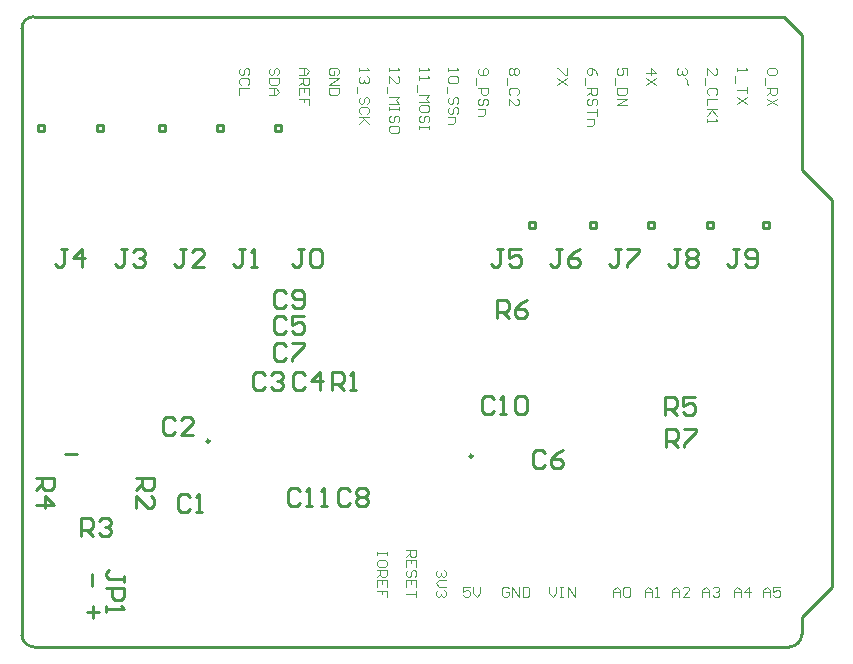
<source format=gto>
G04 Layer_Color=15132400*
%FSLAX25Y25*%
%MOIN*%
G70*
G01*
G75*
%ADD22C,0.01000*%
%ADD23C,0.00984*%
%ADD35C,0.00408*%
D22*
X906164Y1041416D02*
X905164Y1042415D01*
X903165D01*
X902165Y1041416D01*
Y1037417D01*
X903165Y1036417D01*
X905164D01*
X906164Y1037417D01*
X908163Y1036417D02*
X910163D01*
X909163D01*
Y1042415D01*
X908163Y1041416D01*
X913162D02*
X914161Y1042415D01*
X916161D01*
X917161Y1041416D01*
Y1037417D01*
X916161Y1036417D01*
X914161D01*
X913162Y1037417D01*
Y1041416D01*
X923192Y1023601D02*
X922192Y1024600D01*
X920193D01*
X919193Y1023601D01*
Y1019602D01*
X920193Y1018602D01*
X922192D01*
X923192Y1019602D01*
X929190Y1024600D02*
X927190Y1023601D01*
X925191Y1021601D01*
Y1019602D01*
X926191Y1018602D01*
X928190D01*
X929190Y1019602D01*
Y1020602D01*
X928190Y1021601D01*
X925191D01*
X963091Y1036122D02*
Y1042120D01*
X966090D01*
X967089Y1041120D01*
Y1039121D01*
X966090Y1038121D01*
X963091D01*
X965090D02*
X967089Y1036122D01*
X973087Y1042120D02*
X969089D01*
Y1039121D01*
X971088Y1040121D01*
X972088D01*
X973087Y1039121D01*
Y1037122D01*
X972088Y1036122D01*
X970088D01*
X969089Y1037122D01*
X963386Y1025295D02*
Y1031293D01*
X966385D01*
X967385Y1030294D01*
Y1028294D01*
X966385Y1027295D01*
X963386D01*
X965385D02*
X967385Y1025295D01*
X969384Y1031293D02*
X973383D01*
Y1030294D01*
X969384Y1026295D01*
Y1025295D01*
X995768Y1098327D02*
Y1100295D01*
X997736D01*
Y1098327D01*
X995768D01*
X976968D02*
Y1100295D01*
X978936D01*
Y1098327D01*
X976968D01*
X957480D02*
Y1100295D01*
X959448D01*
Y1098327D01*
X957480D01*
X938189D02*
Y1100295D01*
X940157D01*
Y1098327D01*
X938189D01*
X917618D02*
Y1100295D01*
X919586D01*
Y1098327D01*
X917618D01*
X833071Y1130709D02*
Y1132677D01*
X835039D01*
Y1130709D01*
X833071D01*
X813780D02*
Y1132677D01*
X815747D01*
Y1130709D01*
X813780D01*
X794291D02*
Y1132677D01*
X796259D01*
Y1130709D01*
X794291D01*
X773721D02*
Y1132677D01*
X775688D01*
Y1130709D01*
X773721D01*
X754134D02*
Y1132677D01*
X756102D01*
Y1130709D01*
X754134D01*
X799766Y1034428D02*
X798767Y1035427D01*
X796767D01*
X795768Y1034428D01*
Y1030429D01*
X796767Y1029429D01*
X798767D01*
X799766Y1030429D01*
X805764Y1029429D02*
X801766D01*
X805764Y1033428D01*
Y1034428D01*
X804765Y1035427D01*
X802765D01*
X801766Y1034428D01*
X804589Y1008739D02*
X803590Y1009738D01*
X801590D01*
X800591Y1008739D01*
Y1004740D01*
X801590Y1003740D01*
X803590D01*
X804589Y1004740D01*
X806589Y1003740D02*
X808588D01*
X807588D01*
Y1009738D01*
X806589Y1008739D01*
X852165Y1044390D02*
Y1050388D01*
X855164D01*
X856164Y1049388D01*
Y1047389D01*
X855164Y1046389D01*
X852165D01*
X854165D02*
X856164Y1044390D01*
X858163D02*
X860163D01*
X859163D01*
Y1050388D01*
X858163Y1049388D01*
X843073D02*
X842074Y1050388D01*
X840075D01*
X839075Y1049388D01*
Y1045389D01*
X840075Y1044390D01*
X842074D01*
X843073Y1045389D01*
X848072Y1044390D02*
Y1050388D01*
X845073Y1047389D01*
X849072D01*
X841400Y1010904D02*
X840401Y1011904D01*
X838401D01*
X837402Y1010904D01*
Y1006905D01*
X838401Y1005906D01*
X840401D01*
X841400Y1006905D01*
X843400Y1005906D02*
X845399D01*
X844399D01*
Y1011904D01*
X843400Y1010904D01*
X848398Y1005906D02*
X850397D01*
X849398D01*
Y1011904D01*
X848398Y1010904D01*
X858133D02*
X857133Y1011904D01*
X855134D01*
X854134Y1010904D01*
Y1006905D01*
X855134Y1005906D01*
X857133D01*
X858133Y1006905D01*
X860132Y1010904D02*
X861132Y1011904D01*
X863131D01*
X864131Y1010904D01*
Y1009904D01*
X863131Y1008904D01*
X864131Y1007905D01*
Y1006905D01*
X863131Y1005906D01*
X861132D01*
X860132Y1006905D01*
Y1007905D01*
X861132Y1008904D01*
X860132Y1009904D01*
Y1010904D01*
X861132Y1008904D02*
X863131D01*
X829589Y1049388D02*
X828590Y1050388D01*
X826590D01*
X825591Y1049388D01*
Y1045389D01*
X826590Y1044390D01*
X828590D01*
X829589Y1045389D01*
X831589Y1049388D02*
X832588Y1050388D01*
X834588D01*
X835587Y1049388D01*
Y1048388D01*
X834588Y1047389D01*
X833588D01*
X834588D01*
X835587Y1046389D01*
Y1045389D01*
X834588Y1044390D01*
X832588D01*
X831589Y1045389D01*
X836577Y1059132D02*
X835578Y1060132D01*
X833578D01*
X832579Y1059132D01*
Y1055134D01*
X833578Y1054134D01*
X835578D01*
X836577Y1055134D01*
X838577Y1060132D02*
X842575D01*
Y1059132D01*
X838577Y1055134D01*
Y1054134D01*
X836577Y1068089D02*
X835578Y1069089D01*
X833578D01*
X832579Y1068089D01*
Y1064090D01*
X833578Y1063091D01*
X835578D01*
X836577Y1064090D01*
X842575Y1069089D02*
X838577D01*
Y1066090D01*
X840576Y1067089D01*
X841576D01*
X842575Y1066090D01*
Y1064090D01*
X841576Y1063091D01*
X839577D01*
X838577Y1064090D01*
X836577Y1076947D02*
X835578Y1077947D01*
X833578D01*
X832579Y1076947D01*
Y1072948D01*
X833578Y1071949D01*
X835578D01*
X836577Y1072948D01*
X838577D02*
X839577Y1071949D01*
X841576D01*
X842575Y1072948D01*
Y1076947D01*
X841576Y1077947D01*
X839577D01*
X838577Y1076947D01*
Y1075947D01*
X839577Y1074948D01*
X842575D01*
X782770Y980352D02*
Y982351D01*
Y981351D01*
X777771D01*
X776772Y982351D01*
Y983351D01*
X777771Y984350D01*
X776772Y978352D02*
X782770D01*
Y975353D01*
X781770Y974354D01*
X779771D01*
X778771Y975353D01*
Y978352D01*
X776772Y972354D02*
Y970355D01*
Y971355D01*
X782770D01*
X781770Y972354D01*
X772001Y979232D02*
Y983231D01*
X770374Y970322D02*
X774373D01*
X772373Y972321D02*
Y968322D01*
X842599Y1091311D02*
X840599D01*
X841599D01*
Y1086312D01*
X840599Y1085313D01*
X839600D01*
X838600Y1086312D01*
X844598Y1090311D02*
X845598Y1091311D01*
X847597D01*
X848597Y1090311D01*
Y1086312D01*
X847597Y1085313D01*
X845598D01*
X844598Y1086312D01*
Y1090311D01*
X822933Y1091298D02*
X820934D01*
X821934D01*
Y1086300D01*
X820934Y1085300D01*
X819934D01*
X818935Y1086300D01*
X824933Y1085300D02*
X826932D01*
X825932D01*
Y1091298D01*
X824933Y1090298D01*
X803248Y1091298D02*
X801249D01*
X802249D01*
Y1086300D01*
X801249Y1085300D01*
X800249D01*
X799250Y1086300D01*
X809246Y1085300D02*
X805248D01*
X809246Y1089299D01*
Y1090298D01*
X808247Y1091298D01*
X806247D01*
X805248Y1090298D01*
X783563Y1091298D02*
X781564D01*
X782564D01*
Y1086300D01*
X781564Y1085300D01*
X780564D01*
X779565Y1086300D01*
X785563Y1090298D02*
X786562Y1091298D01*
X788562D01*
X789561Y1090298D01*
Y1089299D01*
X788562Y1088299D01*
X787562D01*
X788562D01*
X789561Y1087299D01*
Y1086300D01*
X788562Y1085300D01*
X786562D01*
X785563Y1086300D01*
X763799Y1091311D02*
X761799D01*
X762799D01*
Y1086312D01*
X761799Y1085313D01*
X760800D01*
X759800Y1086312D01*
X768797Y1085313D02*
Y1091311D01*
X765798Y1088312D01*
X769797D01*
X909142Y1091298D02*
X907143D01*
X908142D01*
Y1086300D01*
X907143Y1085300D01*
X906143D01*
X905143Y1086300D01*
X915140Y1091298D02*
X911141D01*
Y1088299D01*
X913141Y1089299D01*
X914140D01*
X915140Y1088299D01*
Y1086300D01*
X914140Y1085300D01*
X912141D01*
X911141Y1086300D01*
X928776Y1091298D02*
X926777D01*
X927776D01*
Y1086300D01*
X926777Y1085300D01*
X925777D01*
X924777Y1086300D01*
X934774Y1091298D02*
X932775Y1090298D01*
X930775Y1088299D01*
Y1086300D01*
X931775Y1085300D01*
X933774D01*
X934774Y1086300D01*
Y1087299D01*
X933774Y1088299D01*
X930775D01*
X948461Y1091298D02*
X946462D01*
X947461D01*
Y1086300D01*
X946462Y1085300D01*
X945462D01*
X944462Y1086300D01*
X950460Y1091298D02*
X954459D01*
Y1090298D01*
X950460Y1086300D01*
Y1085300D01*
X968146Y1091298D02*
X966147D01*
X967146D01*
Y1086300D01*
X966147Y1085300D01*
X965147D01*
X964147Y1086300D01*
X970145Y1090298D02*
X971145Y1091298D01*
X973144D01*
X974144Y1090298D01*
Y1089299D01*
X973144Y1088299D01*
X974144Y1087299D01*
Y1086300D01*
X973144Y1085300D01*
X971145D01*
X970145Y1086300D01*
Y1087299D01*
X971145Y1088299D01*
X970145Y1089299D01*
Y1090298D01*
X971145Y1088299D02*
X973144D01*
X987842Y1091298D02*
X985843D01*
X986842D01*
Y1086300D01*
X985843Y1085300D01*
X984843D01*
X983843Y1086300D01*
X989841D02*
X990841Y1085300D01*
X992840D01*
X993840Y1086300D01*
Y1090298D01*
X992840Y1091298D01*
X990841D01*
X989841Y1090298D01*
Y1089299D01*
X990841Y1088299D01*
X993840D01*
X753248Y1015059D02*
X759246D01*
Y1012060D01*
X758246Y1011060D01*
X756247D01*
X755247Y1012060D01*
Y1015059D01*
Y1013060D02*
X753248Y1011060D01*
Y1006062D02*
X759246D01*
X756247Y1009061D01*
Y1005062D01*
X768504Y995768D02*
Y1001766D01*
X771503D01*
X772503Y1000766D01*
Y998767D01*
X771503Y997767D01*
X768504D01*
X770503D02*
X772503Y995768D01*
X774502Y1000766D02*
X775502Y1001766D01*
X777501D01*
X778501Y1000766D01*
Y999766D01*
X777501Y998767D01*
X776501D01*
X777501D01*
X778501Y997767D01*
Y996767D01*
X777501Y995768D01*
X775502D01*
X774502Y996767D01*
X786811Y1015059D02*
X792809D01*
Y1012060D01*
X791809Y1011060D01*
X789810D01*
X788810Y1012060D01*
Y1015059D01*
Y1013060D02*
X786811Y1011060D01*
Y1005062D02*
Y1009061D01*
X790810Y1005062D01*
X791809D01*
X792809Y1006062D01*
Y1008061D01*
X791809Y1009061D01*
X766961Y1022988D02*
X762962D01*
X907150Y1068371D02*
Y1074369D01*
X910149D01*
X911148Y1073369D01*
Y1071370D01*
X910149Y1070370D01*
X907150D01*
X909149D02*
X911148Y1068371D01*
X917146Y1074369D02*
X915147Y1073369D01*
X913148Y1071370D01*
Y1069371D01*
X914147Y1068371D01*
X916147D01*
X917146Y1069371D01*
Y1070370D01*
X916147Y1071370D01*
X913148D01*
X752600Y1168900D02*
G03*
X748663Y1164963I0J-3937D01*
G01*
Y962837D02*
G03*
X752600Y958900I3937J0D01*
G01*
X1004523D02*
G03*
X1008663Y963040I0J4140D01*
G01*
X748663Y962837D02*
Y1164963D01*
X752600Y958900D02*
X1004523D01*
X752600Y1168900D02*
X1002682D01*
Y1168882D02*
X1008663Y1162900D01*
X1018663Y978900D02*
Y1106600D01*
Y1107900D01*
X1008663Y1117900D02*
Y1162900D01*
Y1117900D02*
X1018663Y1107900D01*
X1008663Y968900D02*
X1018663Y978900D01*
X1008663Y963040D02*
Y968900D01*
D23*
X811220Y1027461D02*
G03*
X811220Y1027461I-492J0D01*
G01*
X898917Y1022441D02*
G03*
X898917Y1022441I-492J0D01*
G01*
D35*
X945800Y975500D02*
Y977766D01*
X946933Y978899D01*
X948066Y977766D01*
Y975500D01*
Y977199D01*
X945800D01*
X949199Y978332D02*
X949765Y978899D01*
X950898D01*
X951465Y978332D01*
Y976066D01*
X950898Y975500D01*
X949765D01*
X949199Y976066D01*
Y978332D01*
X956400Y975500D02*
Y977766D01*
X957533Y978899D01*
X958666Y977766D01*
Y975500D01*
Y977199D01*
X956400D01*
X959799Y975500D02*
X960932D01*
X960365D01*
Y978899D01*
X959799Y978332D01*
X965500Y975500D02*
Y977766D01*
X966633Y978899D01*
X967766Y977766D01*
Y975500D01*
Y977199D01*
X965500D01*
X971165Y975500D02*
X968899D01*
X971165Y977766D01*
Y978332D01*
X970598Y978899D01*
X969465D01*
X968899Y978332D01*
X975500Y975500D02*
Y977766D01*
X976633Y978899D01*
X977766Y977766D01*
Y975500D01*
Y977199D01*
X975500D01*
X978899Y978332D02*
X979465Y978899D01*
X980598D01*
X981165Y978332D01*
Y977766D01*
X980598Y977199D01*
X980032D01*
X980598D01*
X981165Y976633D01*
Y976066D01*
X980598Y975500D01*
X979465D01*
X978899Y976066D01*
X986000Y975500D02*
Y977766D01*
X987133Y978899D01*
X988266Y977766D01*
Y975500D01*
Y977199D01*
X986000D01*
X991098Y975500D02*
Y978899D01*
X989399Y977199D01*
X991665D01*
X995800Y975500D02*
Y977766D01*
X996933Y978899D01*
X998066Y977766D01*
Y975500D01*
Y977199D01*
X995800D01*
X1001465Y978899D02*
X999199D01*
Y977199D01*
X1000332Y977766D01*
X1000898D01*
X1001465Y977199D01*
Y976066D01*
X1000898Y975500D01*
X999765D01*
X999199Y976066D01*
X924500Y978899D02*
Y976633D01*
X925633Y975500D01*
X926766Y976633D01*
Y978899D01*
X927899D02*
X929032D01*
X928465D01*
Y975500D01*
X927899D01*
X929032D01*
X930731D02*
Y978899D01*
X932997Y975500D01*
Y978899D01*
X911066Y978332D02*
X910499Y978899D01*
X909367D01*
X908800Y978332D01*
Y976066D01*
X909367Y975500D01*
X910499D01*
X911066Y976066D01*
Y977199D01*
X909933D01*
X912199Y975500D02*
Y978899D01*
X914465Y975500D01*
Y978899D01*
X915598D02*
Y975500D01*
X917297D01*
X917864Y976066D01*
Y978332D01*
X917297Y978899D01*
X915598D01*
X897966D02*
X895700D01*
Y977199D01*
X896833Y977766D01*
X897400D01*
X897966Y977199D01*
Y976066D01*
X897400Y975500D01*
X896266D01*
X895700Y976066D01*
X899099Y978899D02*
Y976633D01*
X900232Y975500D01*
X901365Y976633D01*
Y978899D01*
X889532Y984500D02*
X890099Y983934D01*
Y982800D01*
X889532Y982234D01*
X888966D01*
X888400Y982800D01*
Y983367D01*
Y982800D01*
X887833Y982234D01*
X887267D01*
X886700Y982800D01*
Y983934D01*
X887267Y984500D01*
X890099Y981101D02*
X887833D01*
X886700Y979968D01*
X887833Y978835D01*
X890099D01*
X889532Y977702D02*
X890099Y977136D01*
Y976003D01*
X889532Y975436D01*
X888966D01*
X888400Y976003D01*
Y976569D01*
Y976003D01*
X887833Y975436D01*
X887267D01*
X886700Y976003D01*
Y977136D01*
X887267Y977702D01*
X876800Y991200D02*
X880199D01*
Y989501D01*
X879632Y988934D01*
X878500D01*
X877933Y989501D01*
Y991200D01*
Y990067D02*
X876800Y988934D01*
X880199Y985535D02*
Y987801D01*
X876800D01*
Y985535D01*
X878500Y987801D02*
Y986668D01*
X879632Y982136D02*
X880199Y982703D01*
Y983836D01*
X879632Y984402D01*
X879066D01*
X878500Y983836D01*
Y982703D01*
X877933Y982136D01*
X877367D01*
X876800Y982703D01*
Y983836D01*
X877367Y984402D01*
X880199Y978737D02*
Y981003D01*
X876800D01*
Y978737D01*
X878500Y981003D02*
Y979870D01*
X880199Y977604D02*
Y975338D01*
Y976471D01*
X876800D01*
X870399Y990600D02*
Y989467D01*
Y990034D01*
X867000D01*
Y990600D01*
Y989467D01*
X870399Y986068D02*
Y987201D01*
X869832Y987768D01*
X867566D01*
X867000Y987201D01*
Y986068D01*
X867566Y985502D01*
X869832D01*
X870399Y986068D01*
X867000Y984369D02*
X870399D01*
Y982669D01*
X869832Y982103D01*
X868699D01*
X868133Y982669D01*
Y984369D01*
Y983236D02*
X867000Y982103D01*
X870399Y978704D02*
Y980970D01*
X867000D01*
Y978704D01*
X868699Y980970D02*
Y979837D01*
X870399Y975305D02*
Y977571D01*
X868699D01*
Y976438D01*
Y977571D01*
X867000D01*
X999832Y1151800D02*
X1000399Y1151233D01*
Y1150101D01*
X999832Y1149534D01*
X997567D01*
X997000Y1150101D01*
Y1151233D01*
X997567Y1151800D01*
X999832D01*
X996434Y1148401D02*
Y1146135D01*
X997000Y1145002D02*
X1000399D01*
Y1143303D01*
X999832Y1142736D01*
X998699D01*
X998133Y1143303D01*
Y1145002D01*
Y1143869D02*
X997000Y1142736D01*
X1000399Y1141603D02*
X997000Y1139337D01*
X1000399D02*
X997000Y1141603D01*
X987100Y1151800D02*
Y1150667D01*
Y1151233D01*
X990499D01*
X989932Y1151800D01*
X986534Y1148968D02*
Y1146702D01*
X990499Y1145569D02*
Y1143303D01*
Y1144436D01*
X987100D01*
X990499Y1142170D02*
X987100Y1139904D01*
X990499D02*
X987100Y1142170D01*
X977100Y1149534D02*
Y1151800D01*
X979366Y1149534D01*
X979932D01*
X980499Y1150101D01*
Y1151233D01*
X979932Y1151800D01*
X976534Y1148401D02*
Y1146135D01*
X979932Y1142736D02*
X980499Y1143303D01*
Y1144436D01*
X979932Y1145002D01*
X977666D01*
X977100Y1144436D01*
Y1143303D01*
X977666Y1142736D01*
X980499Y1141603D02*
X977100D01*
Y1139337D01*
X980499Y1138204D02*
X977100D01*
X978233D01*
X980499Y1135938D01*
X978800Y1137638D01*
X977100Y1135938D01*
Y1134805D02*
Y1133673D01*
Y1134239D01*
X980499D01*
X979932Y1134805D01*
X969732Y1151800D02*
X970299Y1151233D01*
Y1150101D01*
X969732Y1149534D01*
X969166D01*
X968600Y1150101D01*
Y1150667D01*
Y1150101D01*
X968033Y1149534D01*
X967467D01*
X966900Y1150101D01*
Y1151233D01*
X967467Y1151800D01*
X969732Y1148401D02*
X970299Y1147835D01*
Y1146702D01*
X970865Y1146135D01*
X956800Y1150101D02*
X960199D01*
X958500Y1151800D01*
Y1149534D01*
X960199Y1148401D02*
X956800Y1146135D01*
X960199D02*
X956800Y1148401D01*
X950299Y1149534D02*
Y1151800D01*
X948600D01*
X949166Y1150667D01*
Y1150101D01*
X948600Y1149534D01*
X947466D01*
X946900Y1150101D01*
Y1151233D01*
X947466Y1151800D01*
X946334Y1148401D02*
Y1146135D01*
X950299Y1145002D02*
X946900D01*
Y1143303D01*
X947466Y1142736D01*
X949732D01*
X950299Y1143303D01*
Y1145002D01*
X946900Y1141603D02*
X950299D01*
X946900Y1139337D01*
X950299D01*
X940499Y1149534D02*
X939932Y1150667D01*
X938799Y1151800D01*
X937667D01*
X937100Y1151233D01*
Y1150101D01*
X937667Y1149534D01*
X938233D01*
X938799Y1150101D01*
Y1151800D01*
X936534Y1148401D02*
Y1146135D01*
X937100Y1145002D02*
X940499D01*
Y1143303D01*
X939932Y1142736D01*
X938799D01*
X938233Y1143303D01*
Y1145002D01*
Y1143869D02*
X937100Y1142736D01*
X939932Y1139337D02*
X940499Y1139904D01*
Y1141037D01*
X939932Y1141603D01*
X939366D01*
X938799Y1141037D01*
Y1139904D01*
X938233Y1139337D01*
X937667D01*
X937100Y1139904D01*
Y1141037D01*
X937667Y1141603D01*
X940499Y1138204D02*
Y1135938D01*
Y1137071D01*
X937100D01*
Y1134805D02*
X939366D01*
Y1133106D01*
X938799Y1132540D01*
X937100D01*
X930299Y1151800D02*
Y1149534D01*
X929732D01*
X927466Y1151800D01*
X926900D01*
X930299Y1148401D02*
X926900Y1146135D01*
X930299D02*
X926900Y1148401D01*
X913732Y1151800D02*
X914299Y1151233D01*
Y1150101D01*
X913732Y1149534D01*
X913166D01*
X912599Y1150101D01*
X912033Y1149534D01*
X911467D01*
X910900Y1150101D01*
Y1151233D01*
X911467Y1151800D01*
X912033D01*
X912599Y1151233D01*
X913166Y1151800D01*
X913732D01*
X912599Y1151233D02*
Y1150101D01*
X910334Y1148401D02*
Y1146135D01*
X913732Y1142736D02*
X914299Y1143303D01*
Y1144436D01*
X913732Y1145002D01*
X911467D01*
X910900Y1144436D01*
Y1143303D01*
X911467Y1142736D01*
X910900Y1139337D02*
Y1141603D01*
X913166Y1139337D01*
X913732D01*
X914299Y1139904D01*
Y1141037D01*
X913732Y1141603D01*
X901266Y1151800D02*
X900700Y1151233D01*
Y1150101D01*
X901266Y1149534D01*
X903532D01*
X904099Y1150101D01*
Y1151233D01*
X903532Y1151800D01*
X902966D01*
X902400Y1151233D01*
Y1149534D01*
X900134Y1148401D02*
Y1146135D01*
X900700Y1145002D02*
X904099D01*
Y1143303D01*
X903532Y1142736D01*
X902400D01*
X901833Y1143303D01*
Y1145002D01*
X903532Y1139337D02*
X904099Y1139904D01*
Y1141037D01*
X903532Y1141603D01*
X902966D01*
X902400Y1141037D01*
Y1139904D01*
X901833Y1139337D01*
X901266D01*
X900700Y1139904D01*
Y1141037D01*
X901266Y1141603D01*
X900700Y1138204D02*
X902966D01*
Y1136505D01*
X902400Y1135938D01*
X900700D01*
X890800Y1151800D02*
Y1150667D01*
Y1151233D01*
X894199D01*
X893632Y1151800D01*
Y1148968D02*
X894199Y1148401D01*
Y1147268D01*
X893632Y1146702D01*
X891366D01*
X890800Y1147268D01*
Y1148401D01*
X891366Y1148968D01*
X893632D01*
X890234Y1145569D02*
Y1143303D01*
X893632Y1139904D02*
X894199Y1140470D01*
Y1141603D01*
X893632Y1142170D01*
X893066D01*
X892500Y1141603D01*
Y1140470D01*
X891933Y1139904D01*
X891366D01*
X890800Y1140470D01*
Y1141603D01*
X891366Y1142170D01*
X893632Y1136505D02*
X894199Y1137071D01*
Y1138204D01*
X893632Y1138771D01*
X893066D01*
X892500Y1138204D01*
Y1137071D01*
X891933Y1136505D01*
X891366D01*
X890800Y1137071D01*
Y1138204D01*
X891366Y1138771D01*
X890800Y1135372D02*
X893066D01*
Y1133673D01*
X892500Y1133106D01*
X890800D01*
X881100Y1151800D02*
Y1150667D01*
Y1151233D01*
X884499D01*
X883932Y1151800D01*
X881100Y1148968D02*
Y1147835D01*
Y1148401D01*
X884499D01*
X883932Y1148968D01*
X880534Y1146135D02*
Y1143869D01*
X881100Y1142736D02*
X884499D01*
X883366Y1141603D01*
X884499Y1140470D01*
X881100D01*
X884499Y1137638D02*
Y1138771D01*
X883932Y1139337D01*
X881666D01*
X881100Y1138771D01*
Y1137638D01*
X881666Y1137071D01*
X883932D01*
X884499Y1137638D01*
X883932Y1133673D02*
X884499Y1134239D01*
Y1135372D01*
X883932Y1135938D01*
X883366D01*
X882800Y1135372D01*
Y1134239D01*
X882233Y1133673D01*
X881666D01*
X881100Y1134239D01*
Y1135372D01*
X881666Y1135938D01*
X884499Y1132540D02*
Y1131407D01*
Y1131973D01*
X881100D01*
Y1132540D01*
Y1131407D01*
X871100Y1151800D02*
Y1150667D01*
Y1151233D01*
X874499D01*
X873932Y1151800D01*
X871100Y1146702D02*
Y1148968D01*
X873366Y1146702D01*
X873932D01*
X874499Y1147268D01*
Y1148401D01*
X873932Y1148968D01*
X870533Y1145569D02*
Y1143303D01*
X871100Y1142170D02*
X874499D01*
X873366Y1141037D01*
X874499Y1139904D01*
X871100D01*
X874499Y1138771D02*
Y1137638D01*
Y1138204D01*
X871100D01*
Y1138771D01*
Y1137638D01*
X873932Y1133673D02*
X874499Y1134239D01*
Y1135372D01*
X873932Y1135938D01*
X873366D01*
X872799Y1135372D01*
Y1134239D01*
X872233Y1133673D01*
X871667D01*
X871100Y1134239D01*
Y1135372D01*
X871667Y1135938D01*
X874499Y1130840D02*
Y1131973D01*
X873932Y1132540D01*
X871667D01*
X871100Y1131973D01*
Y1130840D01*
X871667Y1130274D01*
X873932D01*
X874499Y1130840D01*
X861000Y1151800D02*
Y1150667D01*
Y1151233D01*
X864399D01*
X863832Y1151800D01*
Y1148968D02*
X864399Y1148401D01*
Y1147268D01*
X863832Y1146702D01*
X863266D01*
X862700Y1147268D01*
Y1147835D01*
Y1147268D01*
X862133Y1146702D01*
X861567D01*
X861000Y1147268D01*
Y1148401D01*
X861567Y1148968D01*
X860433Y1145569D02*
Y1143303D01*
X863832Y1139904D02*
X864399Y1140470D01*
Y1141603D01*
X863832Y1142170D01*
X863266D01*
X862700Y1141603D01*
Y1140470D01*
X862133Y1139904D01*
X861567D01*
X861000Y1140470D01*
Y1141603D01*
X861567Y1142170D01*
X863832Y1136505D02*
X864399Y1137071D01*
Y1138204D01*
X863832Y1138771D01*
X861567D01*
X861000Y1138204D01*
Y1137071D01*
X861567Y1136505D01*
X864399Y1135372D02*
X861000D01*
X862133D01*
X864399Y1133106D01*
X862700Y1134805D01*
X861000Y1133106D01*
X853732Y1149534D02*
X854299Y1150101D01*
Y1151233D01*
X853732Y1151800D01*
X851466D01*
X850900Y1151233D01*
Y1150101D01*
X851466Y1149534D01*
X852600D01*
Y1150667D01*
X850900Y1148401D02*
X854299D01*
X850900Y1146135D01*
X854299D01*
Y1145002D02*
X850900D01*
Y1143303D01*
X851466Y1142736D01*
X853732D01*
X854299Y1143303D01*
Y1145002D01*
X841100Y1151800D02*
X843366D01*
X844499Y1150667D01*
X843366Y1149534D01*
X841100D01*
X842799D01*
Y1151800D01*
X841100Y1148401D02*
X844499D01*
Y1146702D01*
X843932Y1146135D01*
X842799D01*
X842233Y1146702D01*
Y1148401D01*
Y1147268D02*
X841100Y1146135D01*
X844499Y1142736D02*
Y1145002D01*
X841100D01*
Y1142736D01*
X842799Y1145002D02*
Y1143869D01*
X844499Y1139337D02*
Y1141603D01*
X842799D01*
Y1140470D01*
Y1141603D01*
X841100D01*
X823932Y1149534D02*
X824499Y1150101D01*
Y1151233D01*
X823932Y1151800D01*
X823366D01*
X822799Y1151233D01*
Y1150101D01*
X822233Y1149534D01*
X821667D01*
X821100Y1150101D01*
Y1151233D01*
X821667Y1151800D01*
X823932Y1146135D02*
X824499Y1146702D01*
Y1147835D01*
X823932Y1148401D01*
X821667D01*
X821100Y1147835D01*
Y1146702D01*
X821667Y1146135D01*
X824499Y1145002D02*
X821100D01*
Y1142736D01*
X833832Y1149534D02*
X834399Y1150101D01*
Y1151233D01*
X833832Y1151800D01*
X833266D01*
X832699Y1151233D01*
Y1150101D01*
X832133Y1149534D01*
X831567D01*
X831000Y1150101D01*
Y1151233D01*
X831567Y1151800D01*
X834399Y1148401D02*
X831000D01*
Y1146702D01*
X831567Y1146135D01*
X833832D01*
X834399Y1146702D01*
Y1148401D01*
X831000Y1145002D02*
X833266D01*
X834399Y1143869D01*
X833266Y1142736D01*
X831000D01*
X832699D01*
Y1145002D01*
M02*

</source>
